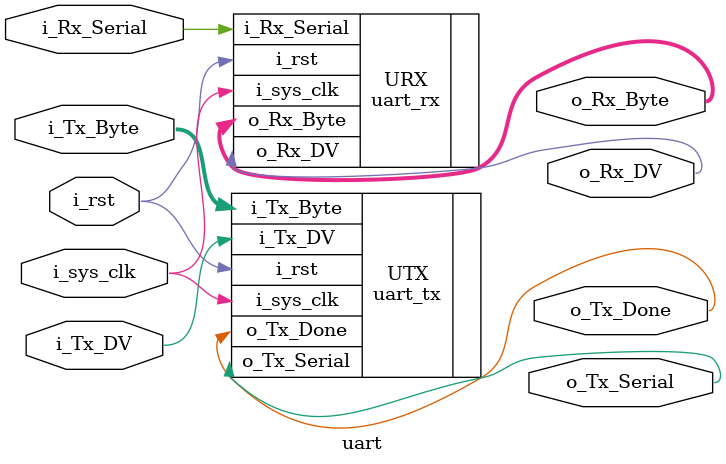
<source format=v>
`timescale 1ns / 1ps


module uart #(parameter CLKS_PER_BIT = 87)(
input i_sys_clk,
input i_rst,
input i_Rx_Serial,
input i_Tx_DV,
input [7:0] i_Tx_Byte,
output o_Tx_Serial,
output o_Rx_DV,
output [7:0] o_Rx_Byte,
output o_Tx_Done
    );
    
    uart_rx #(.CLKS_PER_BIT(CLKS_PER_BIT)) URX (
        .i_sys_clk(i_sys_clk),
        .i_rst(i_rst),
        .i_Rx_Serial(i_Rx_Serial),
        .o_Rx_DV(o_Rx_DV),
        .o_Rx_Byte(o_Rx_Byte)
    );
    
    uart_tx #(.CLKS_PER_BIT(CLKS_PER_BIT)) UTX (
        .i_sys_clk(i_sys_clk),
        .i_rst(i_rst),
        .i_Tx_DV(i_Tx_DV),
        .i_Tx_Byte(i_Tx_Byte),
        .o_Tx_Serial(o_Tx_Serial),
        .o_Tx_Done(o_Tx_Done)  
    );
    
endmodule

</source>
